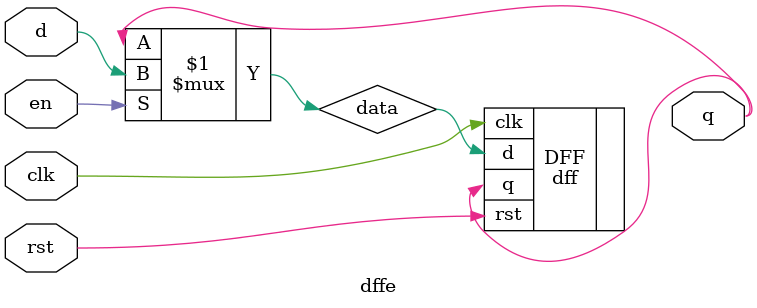
<source format=v>
module dffe (en, q, d, clk, rst);
input en, d, clk, rst;
output q;
wire data;

assign data = en ? d : q;

dff DFF(.d(data), .q(q), .clk(clk), .rst(rst));

endmodule
</source>
